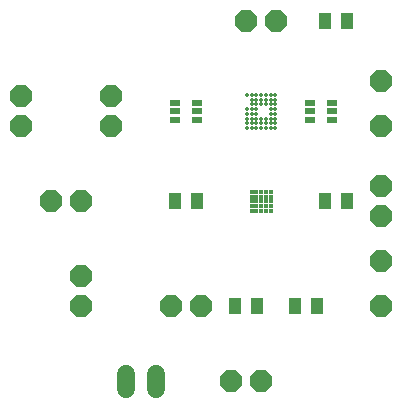
<source format=gbr>
G04 EAGLE Gerber RS-274X export*
G75*
%MOMM*%
%FSLAX34Y34*%
%LPD*%
%INSoldermask Top*%
%IPPOS*%
%AMOC8*
5,1,8,0,0,1.08239X$1,22.5*%
G01*
%ADD10P,1.951982X8X22.500000*%
%ADD11P,1.951982X8X202.500000*%
%ADD12P,1.951982X8X292.500000*%
%ADD13R,0.903200X0.553200*%
%ADD14C,1.524000*%
%ADD15R,1.003200X1.403200*%
%ADD16C,0.433200*%
%ADD17C,0.340000*%


D10*
X444500Y215900D03*
X469900Y215900D03*
D11*
X419100Y279400D03*
X393700Y279400D03*
D10*
X292100Y368300D03*
X317500Y368300D03*
D12*
X317500Y304800D03*
X317500Y279400D03*
X266700Y457200D03*
X266700Y431800D03*
D11*
X482600Y520700D03*
X457200Y520700D03*
D12*
X342900Y457200D03*
X342900Y431800D03*
D13*
X530200Y437000D03*
X530200Y444500D03*
X530200Y452000D03*
X511200Y452000D03*
X511200Y444500D03*
X511200Y437000D03*
X415900Y437000D03*
X415900Y444500D03*
X415900Y452000D03*
X396900Y452000D03*
X396900Y444500D03*
X396900Y437000D03*
D10*
X571500Y469900D03*
X571500Y431800D03*
D14*
X355600Y222504D02*
X355600Y209296D01*
X381000Y209296D02*
X381000Y222504D01*
D15*
X397400Y368300D03*
X415400Y368300D03*
X448200Y279400D03*
X466200Y279400D03*
X517000Y279400D03*
X499000Y279400D03*
X524400Y368300D03*
X542400Y368300D03*
X542400Y520700D03*
X524400Y520700D03*
D16*
X477900Y360300D03*
X473900Y360300D03*
X469900Y360300D03*
X465900Y360300D03*
X461900Y360300D03*
X477900Y364300D03*
X473900Y364300D03*
X469900Y364300D03*
X465900Y364300D03*
X461900Y364300D03*
X477900Y368300D03*
X473900Y368300D03*
X469900Y368300D03*
X465900Y368300D03*
X461900Y368300D03*
X477900Y372300D03*
X473900Y372300D03*
X469900Y372300D03*
X465900Y372300D03*
X461900Y372300D03*
X477900Y376300D03*
X473900Y376300D03*
X469900Y376300D03*
X465900Y376300D03*
X461900Y376300D03*
D17*
X457900Y458500D03*
X461900Y458500D03*
X465900Y458500D03*
X469900Y458500D03*
X473900Y458500D03*
X477900Y458500D03*
X481900Y458500D03*
X457900Y430500D03*
X461900Y430500D03*
X465900Y430500D03*
X469900Y430500D03*
X473900Y430500D03*
X477900Y430500D03*
X481900Y430500D03*
X457900Y434500D03*
X461900Y434500D03*
X465900Y434500D03*
X469900Y434500D03*
X473900Y434500D03*
X477900Y434500D03*
X481900Y434500D03*
X457900Y438500D03*
X461900Y438500D03*
X465900Y438500D03*
X469900Y438500D03*
X473900Y438500D03*
X477900Y438500D03*
X481900Y438500D03*
X457900Y442500D03*
X461900Y442500D03*
X465900Y442500D03*
X477900Y442500D03*
X481900Y442500D03*
X457900Y446500D03*
X461900Y446500D03*
X465900Y446500D03*
X477900Y446500D03*
X481900Y446500D03*
X461900Y450500D03*
X465900Y450500D03*
X469900Y450500D03*
X473900Y450500D03*
X477900Y450500D03*
X481900Y450500D03*
X461900Y454500D03*
X465900Y454500D03*
X469900Y454500D03*
X473900Y454500D03*
X477900Y454500D03*
X481900Y454500D03*
D10*
X571500Y381000D03*
X571500Y355600D03*
X571500Y317500D03*
X571500Y279400D03*
M02*

</source>
